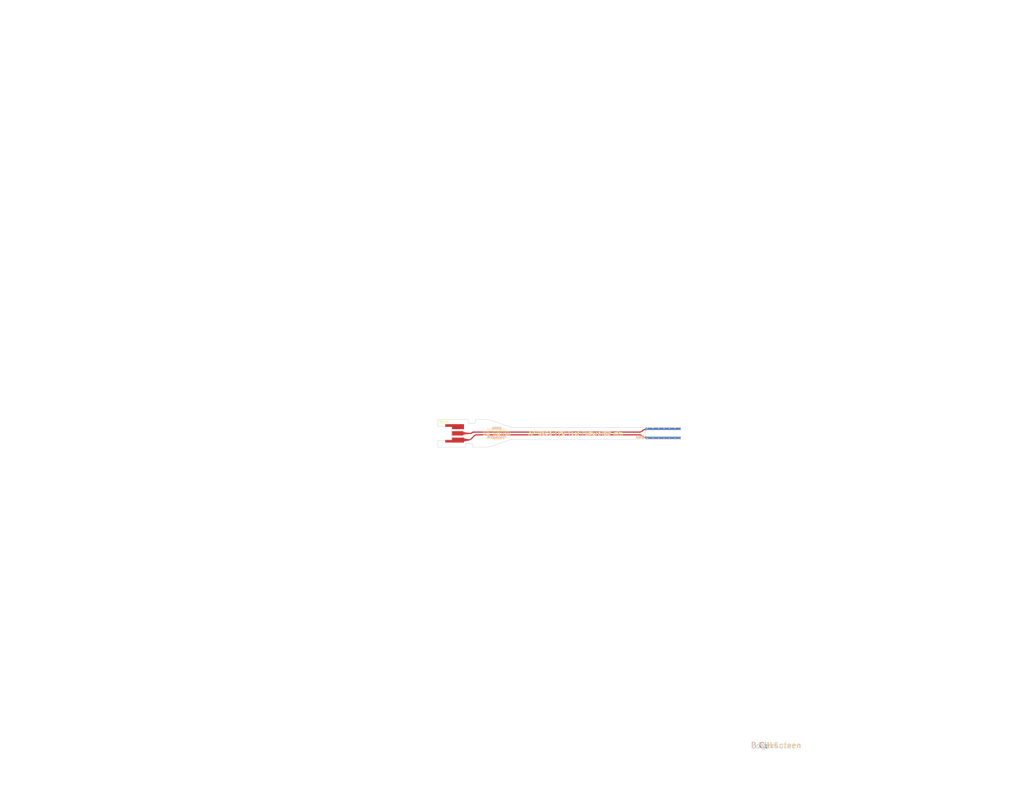
<source format=kicad_pcb>
(kicad_pcb (version 20240108) (generator "pcbnew") (generator_version "8.0")
  (title_block (title "Layout") (rev "0") (company "CREngineering"))
  (layers (0 "F.Cu" signal) (31 "B.Cu" signal) (34 "B.Paste" user) (35 "F.Paste" user) (36 "B.SilkS" user "B.Silkscreen") (37 "F.SilkS" user "F.Silkscreen") (38 "B.Mask" user) (39 "F.Mask" user) (44 "Edge.Cuts" user))
  (property "ADDRESS1" "Dorfstrasse 27A")
  (property "ADDRESS2" "Grabs 9472")
  (property "ADDRESS3" "Switzerland")
  (property "DRAWNBY" "Enrique Corpa")
  (property "DRAWNBY2" "Fabio Posser")
  (property "PROJECTID" "EP20240606-2")
  (property "PROJECTSTATUS" "Prototype")
  (property "PROJECTSTATUSDATE" "17.01.2025")
  (property "PROJECTTITLE" "AP 0603 FPC Test Fixture 60 mm")
  (property "RELEASEBY" "")
  (property "RELEASEBY2" "")
  (property "RELEASEDATE" "")
  (property "REVIEWBY" "Fabio Posser")
  (property "REVIEWBY2" "")
  (property "REVIEWDATE" "")
  (property "VARIANTNAME" "Standard")
  (net 0 "")
  (net 1 "/SIGNAL")
  (net 2 "/GND")
  (footprint "EP_Prototypes:MOLEX-734150991" (layer "F.Cu") (at 130.81 100.25)
    (property "Reference" "J101" (hide yes))
    (property "Value" "734150991" (hide yes))
    (fp_line (start -0.01 -1.75) (end -1.81 -1.75) (stroke (width 0.1)) (layer "Edge.Cuts"))
    (fp_line (start -0.01 -1.75) (end -0.01 1.75) (stroke (width 0.1)) (layer "Edge.Cuts"))
    (fp_line (start -0.01 1.75) (end -1.81 1.75) (stroke (width 0.1)) (layer "Edge.Cuts"))
    (pad "1" smd rect (at 1.54 0) (size 3.1 1.16) (layers "F.Cu" "F.Paste" "F.Mask") (net 1 "/SIGNAL"))
    (pad "2" smd custom (at 1.645 -1.825) (size 3.31 1.35) (layers "F.Cu" "F.Paste" "F.Mask") (net 2 "/GND") (options (clearance outline) (anchor rect)) (primitives (gr_rect (start -3.455 -0.675) (end -1.645 0.085) (width 0) (fill yes))))
    (pad "2" smd custom (at 1.645 1.825) (size 3.31 1.35) (layers "F.Cu" "F.Paste" "F.Mask") (net 2 "/GND") (options (clearance outline) (anchor rect)) (primitives (gr_rect (start -3.455 -0.085) (end -1.645 0.665) (width 0) (fill yes))))
  )
  (gr_poly (pts (xy 133.7 102.54) (xy 135.34 102.18) (xy 135.34 101.88) (xy 133.7 101.52)) (fill solid) (layer "F.Cu") (net 2))
  (gr_poly (pts (xy 183.3 101.15) (xy 183.3 101.45) (xy 183.55 101.75) (xy 193 101.75) (xy 193 101.15)) (fill solid) (layer "F.Cu") (net 2))
  (gr_poly (pts (xy 135.35 100.4) (xy 133.7 100.63) (xy 133.7 99.87) (xy 135.35 100.1)) (fill solid) (layer "F.Cu") (net 1))
  (gr_poly (pts (xy 183.3 99.35) (xy 183.3 99.05) (xy 183.55 98.75) (xy 193 98.75) (xy 193 99.35)) (fill solid) (layer "F.Cu") (net 1))
  (gr_poly (pts (xy 183.3 101.15) (xy 183.3 101.45) (xy 183.55 101.75) (xy 193 101.75) (xy 193 101.15)) (fill solid) (layer "B.Cu") (net 2))
  (gr_poly (pts (xy 183.3 99.35) (xy 183.3 99.05) (xy 183.55 98.75) (xy 193 98.75) (xy 193 99.35)) (fill solid) (layer "B.Cu") (net 1))
  (gr_line (start 185.5 101.85) (end 185.5 101.55) (stroke (width 0.16)) (layer "B.SilkS"))
  (gr_line (start 191.5 98.65) (end 191.5 98.95) (stroke (width 0.16)) (layer "B.SilkS"))
  (gr_line (start 188.5 98.65) (end 188.5 98.95) (stroke (width 0.16)) (layer "B.SilkS"))
  (gr_line (start 187 98.65) (end 187 98.95) (stroke (width 0.16)) (layer "B.SilkS"))
  (gr_line (start 184 98.65) (end 184 98.95) (stroke (width 0.16)) (layer "B.SilkS"))
  (gr_line (start 191.5 101.85) (end 191.5 101.55) (stroke (width 0.16)) (layer "B.SilkS"))
  (gr_line (start 190 101.85) (end 190 101.55) (stroke (width 0.16)) (layer "B.SilkS"))
  (gr_line (start 190 98.65) (end 190 98.95) (stroke (width 0.16)) (layer "B.SilkS"))
  (gr_line (start 184 101.85) (end 184 101.55) (stroke (width 0.16)) (layer "B.SilkS"))
  (gr_line (start 187 101.85) (end 187 101.55) (stroke (width 0.16)) (layer "B.SilkS"))
  (gr_line (start 188.5 101.85) (end 188.5 101.55) (stroke (width 0.16)) (layer "B.SilkS"))
  (gr_line (start 185.5 98.65) (end 185.5 98.95) (stroke (width 0.16)) (layer "B.SilkS"))
  (gr_line (start 188.5 98.65) (end 188.5 98.95) (stroke (width 0.16)) (layer "F.SilkS"))
  (gr_line (start 185.5 98.65) (end 185.5 98.95) (stroke (width 0.16)) (layer "F.SilkS"))
  (gr_line (start 187 98.65) (end 187 98.95) (stroke (width 0.16)) (layer "F.SilkS"))
  (gr_line (start 190 101.85) (end 190 101.55) (stroke (width 0.16)) (layer "F.SilkS"))
  (gr_line (start 187 101.85) (end 187 101.55) (stroke (width 0.16)) (layer "F.SilkS"))
  (gr_line (start 184 98.65) (end 184 98.95) (stroke (width 0.16)) (layer "F.SilkS"))
  (gr_line (start 191.5 98.65) (end 191.5 98.95) (stroke (width 0.16)) (layer "F.SilkS"))
  (gr_line (start 184 101.85) (end 184 101.55) (stroke (width 0.16)) (layer "F.SilkS"))
  (gr_line (start 185.5 101.85) (end 185.5 101.55) (stroke (width 0.16)) (layer "F.SilkS"))
  (gr_line (start 191.5 101.85) (end 191.5 101.55) (stroke (width 0.16)) (layer "F.SilkS"))
  (gr_line (start 190 98.65) (end 190 98.95) (stroke (width 0.16)) (layer "F.SilkS"))
  (gr_line (start 188.5 101.85) (end 188.5 101.55) (stroke (width 0.16)) (layer "F.SilkS"))
  (gr_line (start 134.75 103) (end 136.25 103) (stroke (width 0.1)) (layer "Edge.Cuts"))
  (gr_line (start 137.25 96.5) (end 137.25 97.25) (stroke (width 0.1)) (layer "Edge.Cuts"))
  (gr_line (start 141.829283 96.802197) (end 146.070717 98.347804) (stroke (width 0.1)) (layer "Edge.Cuts"))
  (gr_arc (start 141.829283 103.697804) (mid 140.986561 103.923871) (end 140.117372 104) (stroke (width 0.1)) (layer "Edge.Cuts"))
  (gr_arc (start 146.070717 102.152197) (mid 146.913439 101.926131) (end 147.782628 101.85) (stroke (width 0.1)) (layer "Edge.Cuts"))
  (gr_line (start 183.3 100.05) (end 183.3 100.45) (stroke (width 0.1)) (layer "Edge.Cuts"))
  (gr_line (start 134.5 104) (end 127 104) (stroke (width 0.1)) (layer "Edge.Cuts"))
  (gr_line (start 134.5 103.25) (end 134.5 104) (stroke (width 0.1)) (layer "Edge.Cuts"))
  (gr_line (start 147.782628 101.85) (end 193 101.85) (stroke (width 0.1)) (layer "Edge.Cuts"))
  (gr_line (start 135.5 97.5) (end 137 97.5) (stroke (width 0.1)) (layer "Edge.Cuts"))
  (gr_line (start 141.829283 103.697804) (end 146.070717 102.152197) (stroke (width 0.1)) (layer "Edge.Cuts"))
  (gr_line (start 184 101.15) (end 193 101.15) (stroke (width 0.1)) (layer "Edge.Cuts"))
  (gr_line (start 136.5 104) (end 140.117372 104) (stroke (width 0.1)) (layer "Edge.Cuts"))
  (gr_line (start 128.8 102.2) (end 127 102.2) (stroke (width 0.1)) (layer "Edge.Cuts"))
  (gr_line (start 137.25 96.5) (end 140.117372 96.5) (stroke (width 0.1)) (layer "Edge.Cuts"))
  (gr_line (start 147.782628 98.65) (end 193 98.65) (stroke (width 0.1)) (layer "Edge.Cuts"))
  (gr_line (start 128.8 98.3) (end 127 98.3) (stroke (width 0.1)) (layer "Edge.Cuts"))
  (gr_line (start 193 99.35) (end 193 98.65) (stroke (width 0.1)) (layer "Edge.Cuts"))
  (gr_arc (start 147.782628 98.65) (mid 146.913438 98.573872) (end 146.070717 98.347804) (stroke (width 0.1)) (layer "Edge.Cuts"))
  (gr_line (start 127 98.3) (end 127 96.5) (stroke (width 0.1)) (layer "Edge.Cuts"))
  (gr_line (start 127 102.2) (end 127 104) (stroke (width 0.1)) (layer "Edge.Cuts"))
  (gr_arc (start 134.5 103.25) (mid 134.573223 103.073223) (end 134.75 103) (stroke (width 0.1)) (layer "Edge.Cuts"))
  (gr_line (start 193 101.85) (end 193 101.15) (stroke (width 0.1)) (layer "Edge.Cuts"))
  (gr_line (start 127 96.5) (end 135.25 96.5) (stroke (width 0.1)) (layer "Edge.Cuts"))
  (gr_arc (start 183.3 100.05) (mid 183.505025 99.555025) (end 184 99.35) (stroke (width 0.1)) (layer "Edge.Cuts"))
  (gr_arc (start 140.117372 96.5) (mid 140.986562 96.576128) (end 141.829283 96.802197) (stroke (width 0.1)) (layer "Edge.Cuts"))
  (gr_arc (start 136.25 103) (mid 136.426777 103.073223) (end 136.5 103.25) (stroke (width 0.1)) (layer "Edge.Cuts"))
  (gr_line (start 136.5 103.25) (end 136.5 104) (stroke (width 0.1)) (layer "Edge.Cuts"))
  (gr_line (start 129 98.5) (end 128.8 98.3) (stroke (width 0.1)) (layer "Edge.Cuts"))
  (gr_arc (start 184 101.15) (mid 183.505025 100.944975) (end 183.3 100.45) (stroke (width 0.1)) (layer "Edge.Cuts"))
  (gr_line (start 135.25 96.5) (end 135.25 97.25) (stroke (width 0.1)) (layer "Edge.Cuts"))
  (gr_line (start 193 99.35) (end 184 99.35) (stroke (width 0.1)) (layer "Edge.Cuts"))
  (gr_arc (start 137.25 97.25) (mid 137.176777 97.426777) (end 137 97.5) (stroke (width 0.1)) (layer "Edge.Cuts"))
  (gr_line (start 129 102) (end 128.8 102.2) (stroke (width 0.1)) (layer "Edge.Cuts"))
  (gr_arc (start 135.5 97.5) (mid 135.323223 97.426777) (end 135.25 97.25) (stroke (width 0.1)) (layer "Edge.Cuts"))
  (gr_text "${LAYER}" (at 212 186 0) (layer "F.Cu") (effects (font (size 1.5 1.5) (thickness 0.2)) (justify left bottom)))
  (gr_text "${LAYER}" (at 212 186 0) (layer "B.Cu") (effects (font (size 1.5 1.5) (thickness 0.2)) (justify left bottom)))
  (gr_text "Euler Precision ${PROJECTID}" (at 164.5 100.25 180) (layer "B.SilkS") (effects (font (size 1 1) (thickness 0.2) (bold yes)) (justify mirror)))
  (gr_text "${LAYER}" (at 212 186 0) (layer "B.SilkS") (effects (font (size 1.5 1.5) (thickness 0.2)) (justify left bottom)))
  (gr_text "GND" (at 180.75 100.75 180) (layer "B.SilkS") (effects (font (size 0.75 0.75) (thickness 0.16) (bold yes)) (justify left bottom mirror)))
  (gr_text "${PROJECTTITLE}" (at 164.5 100.25 0) (layer "F.SilkS") (effects (font (size 1 1) (thickness 0.2) (bold yes))))
  (gr_text "GND" (at 180.85 101.7 0) (layer "F.SilkS") (effects (font (size 0.75 0.75) (thickness 0.16) (bold yes)) (justify left bottom)))
  (gr_text "REV${REVISION}" (at 127.25 97.6 0) (layer "F.SilkS") (effects (font (size 0.7 0.7) (thickness 0.16) (bold yes)) (justify left bottom)))
  (gr_text "${LAYER}" (at 212 186 0) (layer "F.SilkS") (effects (font (size 1.5 1.5) (thickness 0.2)) (justify left bottom)))
  (gr_text "${LAYER}" (at 212 186 0) (layer "Edge.Cuts") (effects (font (size 1.5 1.5) (thickness 0.2)) (justify left bottom)))
  (gr_text_box "WARNING:\nUse insertion tool!" (start 138.5 97.75) (end 147.5 102.25) (angle 180) (layer "B.SilkS") (effects (font (size 0.75 0.75) (thickness 0.16) (bold yes)) (justify top mirror)) (border no))
  (gr_text_box "WARNING:\nUse insertion tool!" (start 138.5 98.25) (end 147.5 102.75) (layer "F.SilkS") (effects (font (size 0.75 0.75) (thickness 0.16) (bold yes)) (justify top)) (border no))
  (segment (start 135.922893 100.25) (end 132.35 100.25) (width 0.3) (layer "F.Cu") (net 1))
  (segment (start 183.6 99) (end 183.65 99.05) (width 0.3) (layer "F.Cu") (net 1))
  (segment (start 183.65 99.05) (end 183.5 99.2) (width 0.3) (layer "F.Cu") (net 1))
  (segment (start 183.5 99.2) (end 183.364214 99.2) (width 0.3) (layer "F.Cu") (net 1))
  (segment (start 136.333553 100.046447) (end 136.276446 100.103554) (width 0.3) (layer "F.Cu") (net 1))
  (segment (start 181.835786 99.9) (end 136.687107 99.9) (width 0.3) (layer "F.Cu") (net 1))
  (segment (start 182.657107 99.492893) (end 182.542893 99.607107) (width 0.3) (layer "F.Cu") (net 1))
  (via (at 183.65 99.05) (size 0.5) (drill 0.2) (layers "F.Cu" "B.Cu") (net 1))
  (arc (start 182.542893 99.607107) (mid 182.21847 99.82388) (end 181.835786 99.9) (width 0.3) (layer "F.Cu") (net 1))
  (arc (start 136.333553 100.046447) (mid 136.495765 99.93806) (end 136.687107 99.9) (width 0.3) (layer "F.Cu") (net 1))
  (arc (start 136.276446 100.103554) (mid 136.114234 100.21194) (end 135.922893 100.25) (width 0.3) (layer "F.Cu") (net 1))
  (arc (start 182.657107 99.492893) (mid 182.98153 99.27612) (end 183.364214 99.2) (width 0.3) (layer "F.Cu") (net 1))
  (segment (start 132.25 102.03) (end 133.32 102.03) (width 0.2) (layer "F.Cu") (net 2))
  (segment (start 182.607107 101.007107) (end 182.542893 100.942893) (width 0.3) (layer "F.Cu") (net 2))
  (segment (start 135.355786 102.03) (end 132.25 102.03) (width 0.3) (layer "F.Cu") (net 2))
  (segment (start 183.65 101.45) (end 183.6 101.5) (width 0.3) (layer "F.Cu") (net 2))
  (segment (start 183.65 101.45) (end 183.5 101.3) (width 0.3) (layer "F.Cu") (net 2))
  (segment (start 136.857107 100.942893) (end 136.062893 101.737107) (width 0.3) (layer "F.Cu") (net 2))
  (segment (start 183.5 101.3) (end 183.314214 101.3) (width 0.3) (layer "F.Cu") (net 2))
  (segment (start 181.835786 100.65) (end 137.564214 100.65) (width 0.3) (layer "F.Cu") (net 2))
  (via (at 183.65 101.45) (size 0.5) (drill 0.2) (layers "F.Cu" "B.Cu") (net 2))
  (arc (start 136.062893 101.737107) (mid 135.73847 101.95388) (end 135.355786 102.03) (width 0.3) (layer "F.Cu") (net 2))
  (arc (start 182.542893 100.942893) (mid 182.21847 100.72612) (end 181.835786 100.65) (width 0.3) (layer "F.Cu") (net 2))
  (arc (start 183.314214 101.3) (mid 182.931531 101.22388) (end 182.607107 101.007107) (width 0.3) (layer "F.Cu") (net 2))
  (arc (start 136.857107 100.942893) (mid 137.18153 100.72612) (end 137.564214 100.65) (width 0.3) (layer "F.Cu") (net 2))
)
</source>
